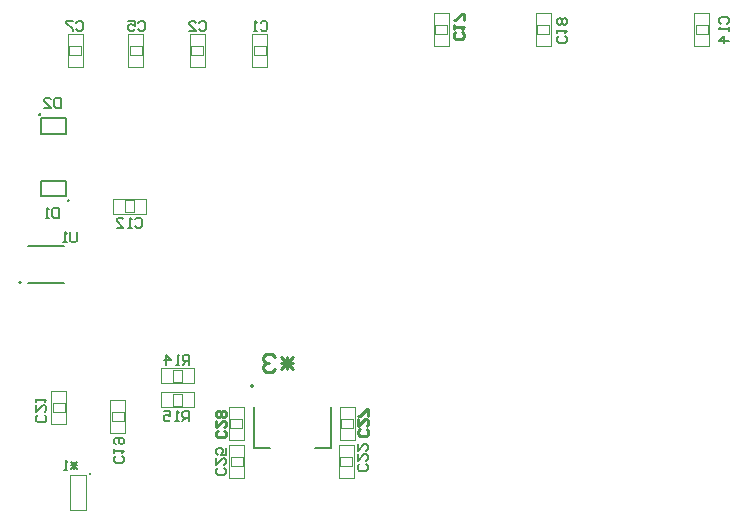
<source format=gbo>
G04*
G04 #@! TF.GenerationSoftware,Altium Limited,Altium Designer,22.4.2 (48)*
G04*
G04 Layer_Color=32896*
%FSTAX24Y24*%
%MOIN*%
G70*
G04*
G04 #@! TF.SameCoordinates,36F0A17D-9E63-4542-9A5D-60F15C5BBE16*
G04*
G04*
G04 #@! TF.FilePolarity,Positive*
G04*
G01*
G75*
%ADD10C,0.0079*%
%ADD11C,0.0100*%
%ADD15C,0.0050*%
%ADD17C,0.0039*%
D10*
X048823Y02817D02*
G03*
X048823Y02817I-000039J0D01*
G01*
X04109Y031616D02*
G03*
X04109Y031616I-000039J0D01*
G01*
X041742Y034491D02*
X042589D01*
Y035003D01*
X041742D02*
X042589D01*
X041742Y034491D02*
Y035003D01*
Y03709D02*
X042589D01*
X041742Y036578D02*
Y03709D01*
Y036578D02*
X042589D01*
Y03709D01*
X064404Y040232D02*
X064348Y040288D01*
Y040399D01*
X064404Y040455D01*
X064627D01*
X064683Y040399D01*
Y040288D01*
X064627Y040232D01*
X064683Y04012D02*
Y040009D01*
Y040064D01*
X064348D01*
X064404Y04012D01*
X064683Y039674D02*
X064348D01*
X064516Y039841D01*
Y039618D01*
X042933Y03329D02*
Y033011D01*
X042877Y032956D01*
X042766D01*
X04271Y033011D01*
Y03329D01*
X042599Y032956D02*
X042487D01*
X042543D01*
Y03329D01*
X042599Y033234D01*
X046673Y026991D02*
Y027326D01*
X046506D01*
X04645Y02727D01*
Y027158D01*
X046506Y027103D01*
X046673D01*
X046562D02*
X04645Y026991D01*
X046339D02*
X046227D01*
X046283D01*
Y027326D01*
X046339Y02727D01*
X045837Y027326D02*
X04606D01*
Y027158D01*
X045949Y027214D01*
X045893D01*
X045837Y027158D01*
Y027047D01*
X045893Y026991D01*
X046004D01*
X04606Y027047D01*
X046693Y028881D02*
Y029215D01*
X046526D01*
X04647Y02916D01*
Y029048D01*
X046526Y028992D01*
X046693D01*
X046582D02*
X04647Y028881D01*
X046359D02*
X046247D01*
X046303D01*
Y029215D01*
X046359Y02916D01*
X045912Y028881D02*
Y029215D01*
X04608Y029048D01*
X045857D01*
X042402Y037778D02*
Y037444D01*
X042234D01*
X042179Y0375D01*
Y037723D01*
X042234Y037778D01*
X042402D01*
X041844Y037444D02*
X042067D01*
X041844Y037667D01*
Y037723D01*
X0419Y037778D01*
X042011D01*
X042067Y037723D01*
X042343Y034117D02*
Y033782D01*
X042175D01*
X04212Y033838D01*
Y034061D01*
X042175Y034117D01*
X042343D01*
X042008Y033782D02*
X041897D01*
X041952D01*
Y034117D01*
X042008Y034061D01*
X047858Y025423D02*
X047913Y025367D01*
Y025256D01*
X047858Y0252D01*
X047635D01*
X047579Y025256D01*
Y025367D01*
X047635Y025423D01*
X047579Y025757D02*
Y025534D01*
X047802Y025757D01*
X047858D01*
X047913Y025702D01*
Y02559D01*
X047858Y025534D01*
X047913Y026092D02*
Y025869D01*
X047746D01*
X047802Y02598D01*
Y026036D01*
X047746Y026092D01*
X047635D01*
X047579Y026036D01*
Y025925D01*
X047635Y025869D01*
X052582Y025561D02*
X052638Y025505D01*
Y025393D01*
X052582Y025338D01*
X052359D01*
X052303Y025393D01*
Y025505D01*
X052359Y025561D01*
X052303Y025895D02*
Y025672D01*
X052526Y025895D01*
X052582D01*
X052638Y025839D01*
Y025728D01*
X052582Y025672D01*
X052303Y02623D02*
Y026007D01*
X052526Y02623D01*
X052582D01*
X052638Y026174D01*
Y026062D01*
X052582Y026007D01*
X041871Y027187D02*
X041927Y027131D01*
Y027019D01*
X041871Y026964D01*
X041648D01*
X041593Y027019D01*
Y027131D01*
X041648Y027187D01*
X041593Y027521D02*
Y027298D01*
X041816Y027521D01*
X041871D01*
X041927Y027465D01*
Y027354D01*
X041871Y027298D01*
X041593Y027633D02*
Y027744D01*
Y027688D01*
X041927D01*
X041871Y027633D01*
X044452Y025836D02*
X044508Y02578D01*
Y025669D01*
X044452Y025613D01*
X044229D01*
X044173Y025669D01*
Y02578D01*
X044229Y025836D01*
X044173Y025948D02*
Y026059D01*
Y026003D01*
X044508D01*
X044452Y025948D01*
X044229Y026226D02*
X044173Y026282D01*
Y026394D01*
X044229Y026449D01*
X044452D01*
X044508Y026394D01*
Y026282D01*
X044452Y026226D01*
X044396D01*
X044341Y026282D01*
Y026449D01*
X059224Y039827D02*
X059279Y039771D01*
Y039659D01*
X059224Y039604D01*
X059001D01*
X058945Y039659D01*
Y039771D01*
X059001Y039827D01*
X058945Y039938D02*
Y04005D01*
Y039994D01*
X059279D01*
X059224Y039938D01*
Y040217D02*
X059279Y040273D01*
Y040384D01*
X059224Y04044D01*
X059168D01*
X059112Y040384D01*
X059056Y04044D01*
X059001D01*
X058945Y040384D01*
Y040273D01*
X059001Y040217D01*
X059056D01*
X059112Y040273D01*
X059168Y040217D01*
X059224D01*
X059112Y040273D02*
Y040384D01*
X044876Y033727D02*
X044931Y033782D01*
X045043D01*
X045099Y033727D01*
Y033504D01*
X045043Y033448D01*
X044931D01*
X044876Y033504D01*
X044764Y033448D02*
X044653D01*
X044708D01*
Y033782D01*
X044764Y033727D01*
X044262Y033448D02*
X044485D01*
X044262Y033671D01*
Y033727D01*
X044318Y033782D01*
X04443D01*
X044485Y033727D01*
X042921Y040281D02*
X042977Y040337D01*
X043088D01*
X043144Y040281D01*
Y040058D01*
X043088Y040003D01*
X042977D01*
X042921Y040058D01*
X042809Y040337D02*
X042586D01*
Y040281D01*
X042809Y040058D01*
Y040003D01*
X044979Y040281D02*
X045034Y040337D01*
X045146D01*
X045202Y040281D01*
Y040058D01*
X045146Y040003D01*
X045034D01*
X044979Y040058D01*
X044644Y040337D02*
X044867D01*
Y04017D01*
X044756Y040226D01*
X0447D01*
X044644Y04017D01*
Y040058D01*
X0447Y040003D01*
X044811D01*
X044867Y040058D01*
X047026Y040281D02*
X047082Y040337D01*
X047193D01*
X047249Y040281D01*
Y040058D01*
X047193Y040003D01*
X047082D01*
X047026Y040058D01*
X046691Y040003D02*
X046914D01*
X046691Y040226D01*
Y040281D01*
X046747Y040337D01*
X046859D01*
X046914Y040281D01*
X049063Y040281D02*
X049118Y040337D01*
X04923D01*
X049286Y040281D01*
Y040058D01*
X04923Y040003D01*
X049118D01*
X049063Y040058D01*
X048951Y040003D02*
X04884D01*
X048895D01*
Y040337D01*
X048951Y040281D01*
X042953Y025636D02*
X04273Y025413D01*
X042953D02*
X04273Y025636D01*
X042953Y025525D02*
X04273D01*
X042841Y025413D02*
Y025636D01*
X042618Y025357D02*
X042507D01*
X042563D01*
Y025692D01*
X042618Y025636D01*
D11*
X04266Y034353D02*
G03*
X04266Y034353I-000022J0D01*
G01*
X041715Y037227D02*
G03*
X041715Y037227I-000022J0D01*
G01*
X043383Y025239D02*
G03*
X043383Y025239I-00001J0D01*
G01*
X050158Y029125D02*
X049758Y028725D01*
X050158D02*
X049758Y029125D01*
X050158Y028925D02*
X049758D01*
X049958Y028725D02*
Y029125D01*
X049558D02*
X049458Y029225D01*
X049258D01*
X049158Y029125D01*
Y029025D01*
X049258Y028925D01*
X049358D01*
X049258D01*
X049158Y028825D01*
Y028725D01*
X049258Y028625D01*
X049458D01*
X049558Y028725D01*
X047858Y026683D02*
X047913Y026627D01*
Y026515D01*
X047858Y02646D01*
X047635D01*
X047579Y026515D01*
Y026627D01*
X047635Y026683D01*
X047579Y027017D02*
Y026794D01*
X047802Y027017D01*
X047858D01*
X047913Y026961D01*
Y02685D01*
X047858Y026794D01*
Y027129D02*
X047913Y027184D01*
Y027296D01*
X047858Y027352D01*
X047802D01*
X047746Y027296D01*
X04769Y027352D01*
X047635D01*
X047579Y027296D01*
Y027184D01*
X047635Y027129D01*
X04769D01*
X047746Y027184D01*
X047802Y027129D01*
X047858D01*
X047746Y027184D02*
Y027296D01*
X052602Y026722D02*
X052658Y026666D01*
Y026555D01*
X052602Y026499D01*
X052379D01*
X052323Y026555D01*
Y026666D01*
X052379Y026722D01*
X052323Y027057D02*
Y026834D01*
X052546Y027057D01*
X052602D01*
X052658Y027001D01*
Y026889D01*
X052602Y026834D01*
X052658Y027168D02*
Y027391D01*
X052602D01*
X052379Y027168D01*
X052323D01*
X055779Y039964D02*
X055835Y039909D01*
Y039797D01*
X055779Y039741D01*
X055556D01*
X0555Y039797D01*
Y039909D01*
X055556Y039964D01*
X0555Y040076D02*
Y040187D01*
Y040132D01*
X055835D01*
X055779Y040076D01*
X055835Y040355D02*
Y040578D01*
X055779D01*
X055556Y040355D01*
X0555D01*
D15*
X051402Y026103D02*
Y027481D01*
X05087Y026103D02*
X051402D01*
X048843D02*
X049374D01*
X048843D02*
Y027481D01*
X041299Y031617D02*
X04252D01*
X041299Y032838D02*
X04252D01*
D17*
X063518Y039506D02*
X064018D01*
X063518D02*
Y040406D01*
Y040606D01*
X064018D01*
Y039506D02*
Y040606D01*
X063568Y039906D02*
X063968D01*
X063568D02*
Y040206D01*
X063968D01*
Y039906D02*
Y040206D01*
X058292Y039906D02*
Y040206D01*
Y039906D02*
X058692D01*
Y040206D01*
X058292D02*
X058692D01*
X058242Y039506D02*
Y040606D01*
Y039506D02*
X058742D01*
Y039706D01*
Y040606D01*
X058242D02*
X058742D01*
X055279Y039892D02*
Y040192D01*
X054879D02*
X055279D01*
X054879Y039892D02*
Y040192D01*
Y039892D02*
X055279D01*
X055329Y039492D02*
Y040592D01*
X054829D02*
X055329D01*
X054829Y040392D02*
Y040592D01*
Y039492D02*
Y040392D01*
Y039492D02*
X055329D01*
X046139Y027905D02*
X046439D01*
X046139Y027505D02*
Y027905D01*
Y027505D02*
X046439D01*
Y027905D01*
X045739Y027955D02*
X046839D01*
X045739Y027455D02*
Y027955D01*
Y027455D02*
X045939D01*
X046839D01*
Y027955D01*
X046139Y028705D02*
X046439D01*
X046139Y028305D02*
Y028705D01*
Y028305D02*
X046439D01*
Y028705D01*
X045739Y028755D02*
X046839D01*
X045739Y028255D02*
Y028755D01*
Y028255D02*
X045939D01*
X046839D01*
Y028755D01*
X052149Y026762D02*
Y027062D01*
X051749D02*
X052149D01*
X051749Y026762D02*
Y027062D01*
Y026762D02*
X052149D01*
X052199Y026362D02*
Y027462D01*
X051699D02*
X052199D01*
X051699Y027262D02*
Y027462D01*
Y026362D02*
Y027262D01*
Y026362D02*
X052199D01*
X048448Y026762D02*
Y027062D01*
X048048D02*
X048448D01*
X048048Y026762D02*
Y027062D01*
Y026762D02*
X048448D01*
X048498Y026362D02*
Y027462D01*
X047998D02*
X048498D01*
X047998Y027262D02*
Y027462D01*
Y026362D02*
Y027262D01*
Y026362D02*
X048498D01*
X042143Y027314D02*
Y027614D01*
Y027314D02*
X042543D01*
Y027614D01*
X042143D02*
X042543D01*
X042093Y026914D02*
Y028014D01*
Y026914D02*
X042593D01*
Y027114D01*
Y028014D01*
X042093D02*
X042593D01*
X048067Y025518D02*
Y025818D01*
Y025518D02*
X048467D01*
Y025818D01*
X048067D02*
X048467D01*
X048017Y025118D02*
Y026218D01*
Y025118D02*
X048517D01*
Y025318D01*
Y026218D01*
X048017D02*
X048517D01*
X051717Y025518D02*
Y025818D01*
Y025518D02*
X052117D01*
Y025818D01*
X051717D02*
X052117D01*
X051667Y025118D02*
Y026218D01*
Y025118D02*
X052167D01*
Y025318D01*
Y026218D01*
X051667D02*
X052167D01*
X044511Y026999D02*
Y027299D01*
X044111D02*
X044511D01*
X044111Y026999D02*
Y027299D01*
Y026999D02*
X044511D01*
X044561Y026599D02*
Y027699D01*
X044061D02*
X044561D01*
X044061Y027499D02*
Y027699D01*
Y026599D02*
Y027499D01*
Y026599D02*
X044561D01*
X042694Y039203D02*
Y039503D01*
Y039203D02*
X043094D01*
Y039503D01*
X042694D02*
X043094D01*
X042644Y038803D02*
Y039903D01*
Y038803D02*
X043144D01*
Y039003D01*
Y039903D01*
X042644D02*
X043144D01*
X045102Y039203D02*
Y039503D01*
X044702D02*
X045102D01*
X044702Y039203D02*
Y039503D01*
Y039203D02*
X045102D01*
X045152Y038803D02*
Y039903D01*
X044652D02*
X045152D01*
X044652Y039703D02*
Y039903D01*
Y038803D02*
Y039703D01*
Y038803D02*
X045152D01*
X046749Y039203D02*
Y039503D01*
Y039203D02*
X047149D01*
Y039503D01*
X046749D02*
X047149D01*
X046699Y038803D02*
Y039903D01*
Y038803D02*
X047199D01*
Y039003D01*
Y039903D01*
X046699D02*
X047199D01*
X049236Y039203D02*
Y039503D01*
X048836D02*
X049236D01*
X048836Y039203D02*
Y039503D01*
Y039203D02*
X049236D01*
X049286Y038803D02*
Y039903D01*
X048786D02*
X049286D01*
X048786Y039703D02*
Y039903D01*
Y038803D02*
Y039703D01*
Y038803D02*
X049286D01*
X044555Y033956D02*
X044855D01*
Y034356D01*
X044555D02*
X044855D01*
X044555Y033956D02*
Y034356D01*
X044155Y033906D02*
X045255D01*
Y034406D01*
X045055D02*
X045255D01*
X044155D02*
X045055D01*
X044155Y033906D02*
Y034406D01*
X042697Y024038D02*
X043248D01*
Y025219D01*
X042697D02*
X043248D01*
X042697Y024038D02*
Y025219D01*
M02*

</source>
